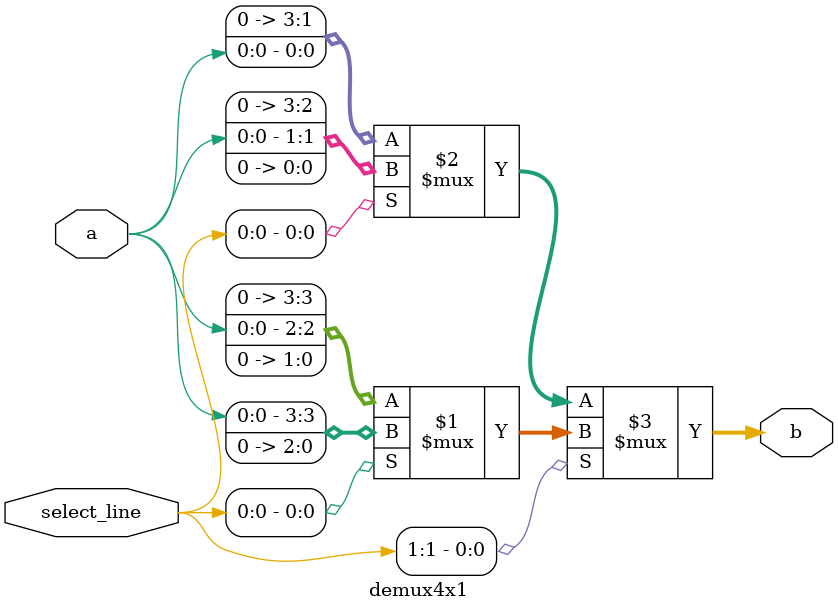
<source format=v>
module demux4x1(
input a,
input [1:0]select_line, 
output [3:0]b);
assign b = select_line[1] ? (select_line[0] ? {a, 3'b000} : {1'b0, a, 2'b00}) :  (select_line[0] ? {2'b00, a, 1'b0} : {3'b000, a}) ;
endmodule

</source>
